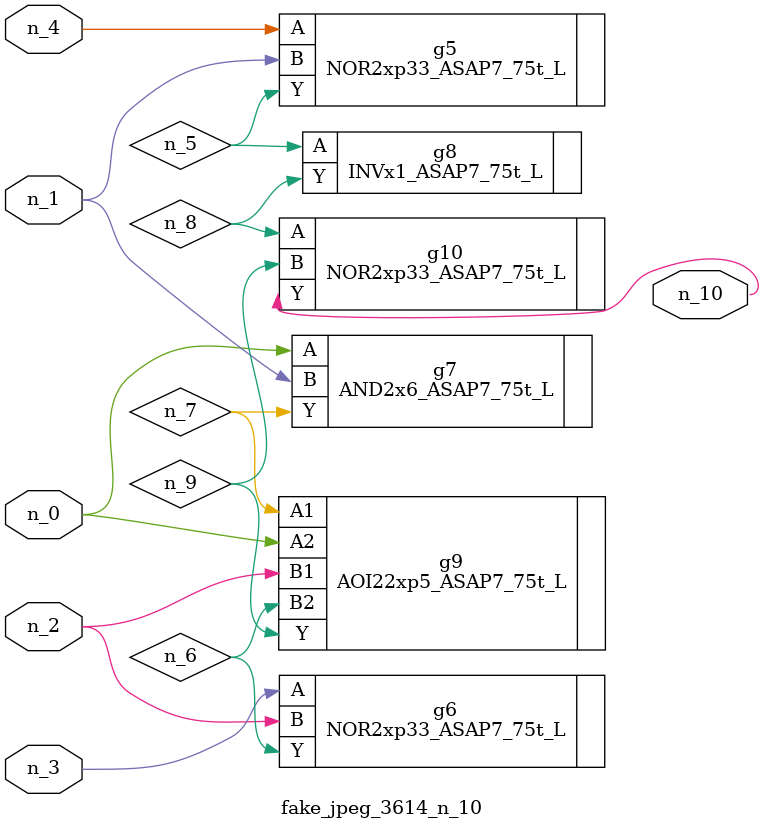
<source format=v>
module fake_jpeg_3614_n_10 (n_3, n_2, n_1, n_0, n_4, n_10);

input n_3;
input n_2;
input n_1;
input n_0;
input n_4;

output n_10;

wire n_8;
wire n_9;
wire n_6;
wire n_5;
wire n_7;

NOR2xp33_ASAP7_75t_L g5 ( 
.A(n_4),
.B(n_1),
.Y(n_5)
);

NOR2xp33_ASAP7_75t_L g6 ( 
.A(n_3),
.B(n_2),
.Y(n_6)
);

AND2x6_ASAP7_75t_L g7 ( 
.A(n_0),
.B(n_1),
.Y(n_7)
);

INVx1_ASAP7_75t_L g8 ( 
.A(n_5),
.Y(n_8)
);

NOR2xp33_ASAP7_75t_L g10 ( 
.A(n_8),
.B(n_9),
.Y(n_10)
);

AOI22xp5_ASAP7_75t_L g9 ( 
.A1(n_7),
.A2(n_0),
.B1(n_2),
.B2(n_6),
.Y(n_9)
);


endmodule
</source>
